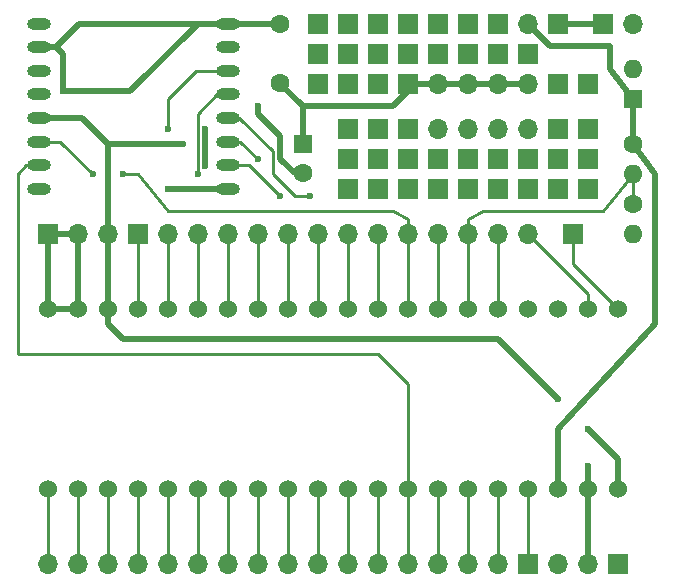
<source format=gbr>
G04 #@! TF.FileFunction,Copper,L1,Top,Signal*
%FSLAX46Y46*%
G04 Gerber Fmt 4.6, Leading zero omitted, Abs format (unit mm)*
G04 Created by KiCad (PCBNEW 4.0.6-e0-6349~53~ubuntu16.04.1) date Sun Apr  2 16:21:01 2017*
%MOMM*%
%LPD*%
G01*
G04 APERTURE LIST*
%ADD10C,0.100000*%
%ADD11C,1.524000*%
%ADD12O,2.000000X1.000000*%
%ADD13C,1.600000*%
%ADD14O,1.600000X1.600000*%
%ADD15R,1.600000X1.600000*%
%ADD16R,1.700000X1.700000*%
%ADD17O,1.700000X1.700000*%
%ADD18C,0.600000*%
%ADD19C,0.500000*%
%ADD20C,0.250000*%
G04 APERTURE END LIST*
D10*
D11*
X87630000Y-97790000D03*
X90170000Y-97790000D03*
X92710000Y-97790000D03*
X95250000Y-97790000D03*
X97790000Y-97790000D03*
X100330000Y-97790000D03*
X102870000Y-97790000D03*
X105410000Y-97790000D03*
X107950000Y-97790000D03*
X110490000Y-97790000D03*
X113030000Y-97790000D03*
X115570000Y-97790000D03*
X118110000Y-97790000D03*
X120650000Y-97790000D03*
X123190000Y-97790000D03*
X125730000Y-97790000D03*
X128270000Y-97790000D03*
X130810000Y-97790000D03*
X133350000Y-97790000D03*
X135890000Y-97790000D03*
X135890000Y-82550000D03*
X133350000Y-82550000D03*
X130810000Y-82550000D03*
X128270000Y-82550000D03*
X125730000Y-82550000D03*
X123190000Y-82550000D03*
X120650000Y-82550000D03*
X118110000Y-82550000D03*
X115570000Y-82550000D03*
X113030000Y-82550000D03*
X110490000Y-82550000D03*
X107950000Y-82550000D03*
X105410000Y-82550000D03*
X102870000Y-82550000D03*
X100330000Y-82550000D03*
X97790000Y-82550000D03*
X95250000Y-82550000D03*
X92710000Y-82550000D03*
X90170000Y-82550000D03*
X87630000Y-82550000D03*
D12*
X102870000Y-72390000D03*
X102870000Y-70390000D03*
X102870000Y-68390000D03*
X102870000Y-66390000D03*
X102870000Y-64390000D03*
X102870000Y-62390000D03*
X102870000Y-60390000D03*
X102870000Y-58390000D03*
X86870000Y-58390000D03*
X86870000Y-60390000D03*
X86870000Y-62390000D03*
X86870000Y-64390000D03*
X86870000Y-66390000D03*
X86870000Y-68390000D03*
X86870000Y-70390000D03*
X86870000Y-72390000D03*
D13*
X107315000Y-58420000D03*
X107315000Y-63420000D03*
X137160000Y-68580000D03*
D14*
X137160000Y-71120000D03*
D13*
X137160000Y-73660000D03*
D14*
X137160000Y-76200000D03*
D15*
X109220000Y-68580000D03*
D13*
X109220000Y-71080000D03*
D16*
X130810000Y-58420000D03*
D17*
X128270000Y-58420000D03*
D16*
X134620000Y-58420000D03*
D17*
X137160000Y-58420000D03*
D15*
X137160000Y-64770000D03*
D14*
X137160000Y-62230000D03*
D16*
X128270000Y-104140000D03*
D17*
X125730000Y-104140000D03*
X123190000Y-104140000D03*
X120650000Y-104140000D03*
X118110000Y-104140000D03*
X115570000Y-104140000D03*
X113030000Y-104140000D03*
X110490000Y-104140000D03*
X107950000Y-104140000D03*
X105410000Y-104140000D03*
X102870000Y-104140000D03*
X100330000Y-104140000D03*
X97790000Y-104140000D03*
X95250000Y-104140000D03*
X92710000Y-104140000D03*
X90170000Y-104140000D03*
X87630000Y-104140000D03*
D16*
X135890000Y-104140000D03*
D17*
X133350000Y-104140000D03*
X130810000Y-104140000D03*
D16*
X87630000Y-76200000D03*
D17*
X90170000Y-76200000D03*
X92710000Y-76200000D03*
D16*
X132080000Y-76200000D03*
X95250000Y-76200000D03*
D17*
X97790000Y-76200000D03*
X100330000Y-76200000D03*
X102870000Y-76200000D03*
X105410000Y-76200000D03*
X107950000Y-76200000D03*
X110490000Y-76200000D03*
X113030000Y-76200000D03*
X115570000Y-76200000D03*
X118110000Y-76200000D03*
X120650000Y-76200000D03*
X123190000Y-76200000D03*
X125730000Y-76200000D03*
X128270000Y-76200000D03*
D16*
X118110000Y-67310000D03*
D17*
X120650000Y-67310000D03*
X123190000Y-67310000D03*
X125730000Y-67310000D03*
X128270000Y-67310000D03*
D16*
X118110000Y-63500000D03*
D17*
X120650000Y-63500000D03*
X123190000Y-63500000D03*
X125730000Y-63500000D03*
X128270000Y-63500000D03*
D16*
X115570000Y-69850000D03*
X118110000Y-69850000D03*
X120650000Y-69850000D03*
X123190000Y-69850000D03*
X125730000Y-69850000D03*
X128270000Y-69850000D03*
X130810000Y-72390000D03*
X133350000Y-72390000D03*
X133350000Y-69850000D03*
X133350000Y-67310000D03*
X133350000Y-63500000D03*
X115570000Y-63500000D03*
X113030000Y-63500000D03*
X113030000Y-60960000D03*
X118110000Y-60960000D03*
X120650000Y-60960000D03*
X123190000Y-60960000D03*
X125730000Y-60960000D03*
X123190000Y-58420000D03*
X120650000Y-58420000D03*
X118110000Y-58420000D03*
X115570000Y-58420000D03*
X130810000Y-69850000D03*
X128270000Y-72390000D03*
X130810000Y-67310000D03*
X128270000Y-60960000D03*
X125730000Y-58420000D03*
X130810000Y-63500000D03*
X125730000Y-72390000D03*
X123190000Y-72390000D03*
X120650000Y-72390000D03*
X118110000Y-72390000D03*
X115570000Y-72390000D03*
X115570000Y-60960000D03*
X113030000Y-58420000D03*
X113030000Y-72390000D03*
X113030000Y-69850000D03*
X113030000Y-67310000D03*
X115570000Y-67310000D03*
X110490000Y-63500000D03*
X110490000Y-60960000D03*
X110490000Y-58420000D03*
D18*
X105410000Y-65405000D03*
X100965000Y-67310000D03*
X100965000Y-70485000D03*
X97790000Y-72390000D03*
X133350000Y-95885000D03*
X88900000Y-64135000D03*
X130810000Y-90170000D03*
X133350000Y-92710000D03*
X99060000Y-68580000D03*
X102870000Y-76200000D03*
X97790000Y-67310000D03*
X105410000Y-76200000D03*
X100330000Y-71120000D03*
X107950000Y-76200000D03*
X105410000Y-69850000D03*
X107315000Y-73025000D03*
X110490000Y-76200000D03*
X113030000Y-76200000D03*
X109855000Y-73025000D03*
X91440000Y-71120000D03*
X93980000Y-71120000D03*
D19*
X130810000Y-58420000D02*
X134620000Y-58420000D01*
X94615000Y-64135000D02*
X88900000Y-64135000D01*
X100965000Y-67310000D02*
X100965000Y-70485000D01*
X100965000Y-58420000D02*
X100965000Y-58390000D01*
X100935000Y-58390000D02*
X100965000Y-58420000D01*
X100360000Y-58390000D02*
X100935000Y-58390000D01*
X94615000Y-64135000D02*
X100360000Y-58390000D01*
X90170000Y-82550000D02*
X90170000Y-76200000D01*
X109220000Y-71080000D02*
X108545000Y-71080000D01*
X108545000Y-71080000D02*
X107315000Y-69850000D01*
X107315000Y-69850000D02*
X107315000Y-67945000D01*
X107315000Y-67945000D02*
X105410000Y-66040000D01*
X105410000Y-66040000D02*
X105410000Y-65405000D01*
X107315000Y-58420000D02*
X105410000Y-58420000D01*
X105410000Y-58420000D02*
X102900000Y-58420000D01*
X102900000Y-58420000D02*
X102870000Y-58390000D01*
X102870000Y-72390000D02*
X97790000Y-72390000D01*
X133350000Y-97790000D02*
X133350000Y-95885000D01*
X133350000Y-104140000D02*
X133350000Y-97790000D01*
X102870000Y-58390000D02*
X100965000Y-58390000D01*
X100965000Y-58390000D02*
X90330000Y-58390000D01*
X90330000Y-58390000D02*
X88330000Y-60390000D01*
X86870000Y-60390000D02*
X88330000Y-60390000D01*
X88900000Y-60960000D02*
X88330000Y-60390000D01*
X88900000Y-64135000D02*
X88900000Y-60960000D01*
X90170000Y-82550000D02*
X87630000Y-82550000D01*
X87630000Y-82550000D02*
X87630000Y-76200000D01*
X87630000Y-76200000D02*
X90170000Y-76200000D01*
X135255000Y-60325000D02*
X135255000Y-62230000D01*
X128270000Y-58420000D02*
X130175000Y-60325000D01*
X135255000Y-60325000D02*
X130175000Y-60325000D01*
X135255000Y-62230000D02*
X137160000Y-64770000D01*
X130810000Y-97790000D02*
X130810000Y-92710000D01*
X130810000Y-92710000D02*
X139065000Y-83820000D01*
X139065000Y-83820000D02*
X139065000Y-71120000D01*
X139065000Y-71120000D02*
X137160000Y-68580000D01*
X137160000Y-68580000D02*
X137160000Y-64770000D01*
D20*
X128270000Y-97790000D02*
X128270000Y-104140000D01*
X125730000Y-97790000D02*
X125730000Y-104140000D01*
X123190000Y-97790000D02*
X123190000Y-104140000D01*
X120650000Y-97790000D02*
X120650000Y-104140000D01*
X118110000Y-97790000D02*
X118110000Y-88900000D01*
X85820000Y-70390000D02*
X86870000Y-70390000D01*
X85090000Y-71120000D02*
X85820000Y-70390000D01*
X85090000Y-86360000D02*
X85090000Y-71120000D01*
X115570000Y-86360000D02*
X85090000Y-86360000D01*
X118110000Y-88900000D02*
X115570000Y-86360000D01*
X118110000Y-104140000D02*
X118110000Y-97790000D01*
X115570000Y-97790000D02*
X115570000Y-104140000D01*
X113030000Y-97790000D02*
X113030000Y-104140000D01*
X110490000Y-97790000D02*
X110490000Y-104140000D01*
X107950000Y-97790000D02*
X107950000Y-104140000D01*
X105410000Y-104140000D02*
X105410000Y-97790000D01*
X102870000Y-97790000D02*
X102870000Y-104140000D01*
X100330000Y-104140000D02*
X100330000Y-97790000D01*
X97790000Y-97790000D02*
X97790000Y-104140000D01*
X95250000Y-97790000D02*
X95250000Y-104140000D01*
X92710000Y-104140000D02*
X92710000Y-97790000D01*
X90170000Y-97790000D02*
X90170000Y-104140000D01*
X87630000Y-104140000D02*
X87630000Y-97790000D01*
D19*
X109220000Y-65405000D02*
X116840000Y-65405000D01*
X116840000Y-65405000D02*
X118110000Y-64135000D01*
X118110000Y-64135000D02*
X118110000Y-63500000D01*
X109220000Y-68580000D02*
X109220000Y-65405000D01*
X109220000Y-65405000D02*
X107315000Y-63500000D01*
X107315000Y-63500000D02*
X107315000Y-63420000D01*
X118110000Y-63500000D02*
X120650000Y-63500000D01*
X120650000Y-63500000D02*
X123190000Y-63500000D01*
X123190000Y-63500000D02*
X125730000Y-63500000D01*
X125730000Y-63500000D02*
X128270000Y-63500000D01*
X135890000Y-97790000D02*
X135890000Y-95250000D01*
X92710000Y-83820000D02*
X92710000Y-82550000D01*
X93980000Y-85090000D02*
X92710000Y-83820000D01*
X125730000Y-85090000D02*
X93980000Y-85090000D01*
X130810000Y-90170000D02*
X125730000Y-85090000D01*
X135890000Y-95250000D02*
X133350000Y-92710000D01*
X99060000Y-68580000D02*
X92710000Y-68580000D01*
X86870000Y-66390000D02*
X90520000Y-66390000D01*
X92710000Y-68580000D02*
X92710000Y-76200000D01*
X90520000Y-66390000D02*
X92710000Y-68580000D01*
X92710000Y-82550000D02*
X92710000Y-76200000D01*
D20*
X132080000Y-76200000D02*
X132080000Y-78740000D01*
X132080000Y-78740000D02*
X135890000Y-82550000D01*
X95250000Y-82550000D02*
X95250000Y-76200000D01*
X97790000Y-82550000D02*
X97790000Y-76200000D01*
X100330000Y-82550000D02*
X100330000Y-76200000D01*
X100170000Y-62390000D02*
X102870000Y-62390000D01*
X97790000Y-64770000D02*
X100170000Y-62390000D01*
X97790000Y-67310000D02*
X97790000Y-64770000D01*
X102870000Y-82550000D02*
X102870000Y-76200000D01*
X100330000Y-66040000D02*
X101980000Y-64390000D01*
X100330000Y-71120000D02*
X100330000Y-66040000D01*
X101980000Y-64390000D02*
X102870000Y-64390000D01*
X105410000Y-82550000D02*
X105410000Y-76200000D01*
X103950000Y-68390000D02*
X102870000Y-68390000D01*
X105410000Y-69850000D02*
X103950000Y-68390000D01*
X107950000Y-82550000D02*
X107950000Y-76200000D01*
X104680000Y-70390000D02*
X102870000Y-70390000D01*
X107315000Y-73025000D02*
X104680000Y-70390000D01*
X110490000Y-82550000D02*
X110490000Y-76200000D01*
X106680000Y-69215000D02*
X103855000Y-66390000D01*
X106680000Y-71120000D02*
X106680000Y-69215000D01*
X108585000Y-73025000D02*
X106680000Y-71120000D01*
X109855000Y-73025000D02*
X108585000Y-73025000D01*
X103855000Y-66390000D02*
X102870000Y-66390000D01*
X113030000Y-82550000D02*
X113030000Y-76200000D01*
X115570000Y-76200000D02*
X115570000Y-82550000D01*
X118110000Y-76200000D02*
X118110000Y-74930000D01*
X88710000Y-68390000D02*
X86870000Y-68390000D01*
X91440000Y-71120000D02*
X88710000Y-68390000D01*
X95250000Y-71120000D02*
X93980000Y-71120000D01*
X97790000Y-74295000D02*
X95250000Y-71120000D01*
X116840000Y-74295000D02*
X97790000Y-74295000D01*
X118110000Y-74930000D02*
X116840000Y-74295000D01*
X118110000Y-82550000D02*
X118110000Y-76200000D01*
X120650000Y-82550000D02*
X120650000Y-76200000D01*
X123190000Y-76200000D02*
X123190000Y-74930000D01*
X134620000Y-74295000D02*
X137160000Y-71120000D01*
X124460000Y-74295000D02*
X134620000Y-74295000D01*
X123190000Y-74930000D02*
X124460000Y-74295000D01*
X137160000Y-73660000D02*
X137160000Y-71120000D01*
X123190000Y-76200000D02*
X123190000Y-82550000D01*
X125730000Y-82550000D02*
X125730000Y-76200000D01*
X133350000Y-82550000D02*
X133350000Y-81280000D01*
X133350000Y-81280000D02*
X128270000Y-76200000D01*
M02*

</source>
